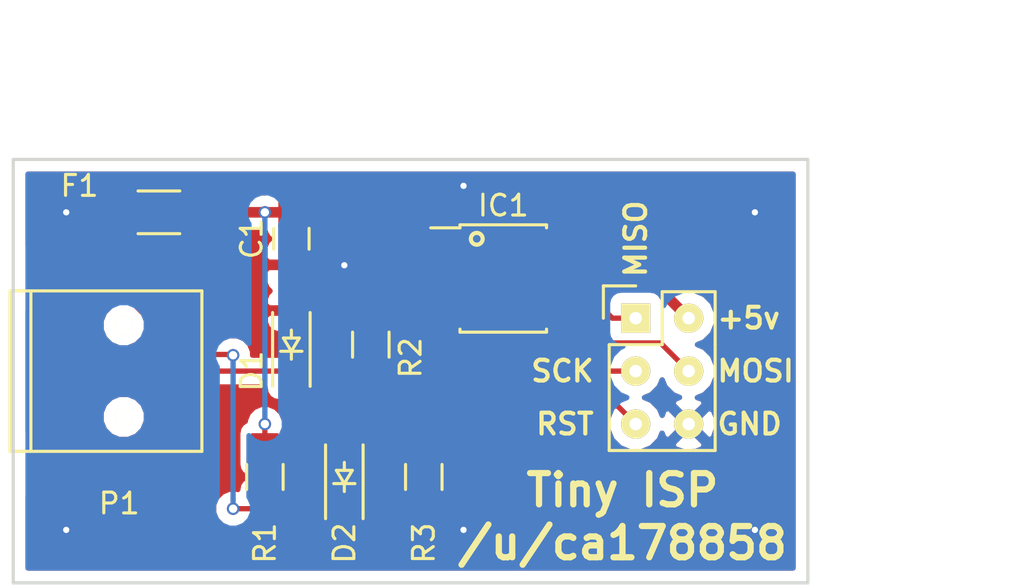
<source format=kicad_pcb>
(kicad_pcb (version 4) (host pcbnew 4.0.3-stable)

  (general
    (links 32)
    (no_connects 0)
    (area 71.679999 40.564999 109.930001 61.035001)
    (thickness 1.6)
    (drawings 15)
    (tracks 59)
    (zones 0)
    (modules 17)
    (nets 13)
  )

  (page A4)
  (layers
    (0 F.Cu signal)
    (31 B.Cu signal)
    (32 B.Adhes user hide)
    (33 F.Adhes user hide)
    (34 B.Paste user hide)
    (35 F.Paste user hide)
    (36 B.SilkS user)
    (37 F.SilkS user)
    (38 B.Mask user hide)
    (39 F.Mask user hide)
    (40 Dwgs.User user)
    (41 Cmts.User user)
    (42 Eco1.User user)
    (43 Eco2.User user)
    (44 Edge.Cuts user)
    (45 Margin user hide)
    (46 B.CrtYd user hide)
    (47 F.CrtYd user)
    (48 B.Fab user hide)
    (49 F.Fab user)
  )

  (setup
    (last_trace_width 0.25)
    (user_trace_width 0.254)
    (user_trace_width 0.381)
    (user_trace_width 0.508)
    (trace_clearance 0.2)
    (zone_clearance 0.508)
    (zone_45_only no)
    (trace_min 0.2)
    (segment_width 0.2)
    (edge_width 0.15)
    (via_size 0.6)
    (via_drill 0.4)
    (via_min_size 0.4)
    (via_min_drill 0.3)
    (uvia_size 0.3)
    (uvia_drill 0.1)
    (uvias_allowed no)
    (uvia_min_size 0.2)
    (uvia_min_drill 0.1)
    (pcb_text_width 0.3)
    (pcb_text_size 1.5 1.5)
    (mod_edge_width 0.15)
    (mod_text_size 1 1)
    (mod_text_width 0.15)
    (pad_size 1.4 1.4)
    (pad_drill 0.6)
    (pad_to_mask_clearance 0.1016)
    (aux_axis_origin 71.755 60.96)
    (grid_origin 71.755 60.96)
    (visible_elements FFFFFF7F)
    (pcbplotparams
      (layerselection 0x010f0_80000001)
      (usegerberextensions true)
      (excludeedgelayer true)
      (linewidth 0.100000)
      (plotframeref false)
      (viasonmask false)
      (mode 1)
      (useauxorigin false)
      (hpglpennumber 1)
      (hpglpenspeed 20)
      (hpglpendiameter 15)
      (hpglpenoverlay 2)
      (psnegative false)
      (psa4output false)
      (plotreference true)
      (plotvalue true)
      (plotinvisibletext false)
      (padsonsilk false)
      (subtractmaskfromsilk true)
      (outputformat 1)
      (mirror false)
      (drillshape 0)
      (scaleselection 1)
      (outputdirectory isp-gerbers/))
  )

  (net 0 "")
  (net 1 +5V)
  (net 2 GND)
  (net 3 D+)
  (net 4 D-)
  (net 5 "Net-(F1-Pad2)")
  (net 6 RST)
  (net 7 "Net-(IC1-Pad2)")
  (net 8 "Net-(IC1-Pad3)")
  (net 9 MOSI)
  (net 10 MISO)
  (net 11 SCK)
  (net 12 "Net-(P1-Pad4)")

  (net_class Default "This is the default net class."
    (clearance 0.2)
    (trace_width 0.25)
    (via_dia 0.6)
    (via_drill 0.4)
    (uvia_dia 0.3)
    (uvia_drill 0.1)
    (add_net +5V)
    (add_net D+)
    (add_net D-)
    (add_net GND)
    (add_net MISO)
    (add_net MOSI)
    (add_net "Net-(F1-Pad2)")
    (add_net "Net-(IC1-Pad2)")
    (add_net "Net-(IC1-Pad3)")
    (add_net "Net-(P1-Pad4)")
    (add_net RST)
    (add_net SCK)
  )

  (module Keyboard:GNDVia-wRing (layer F.Cu) (tedit 585AE119) (tstamp 585ADEED)
    (at 93.345 41.91)
    (fp_text reference REF** (at -0.8 1.1) (layer F.SilkS) hide
      (effects (font (size 1 1) (thickness 0.15)))
    )
    (fp_text value "GND Via" (at 0 -1) (layer F.Fab) hide
      (effects (font (size 1 1) (thickness 0.15)))
    )
    (pad GND thru_hole circle (at 0 0) (size 0.6 0.6) (drill 0.3) (layers *.Cu)
      (net 2 GND) (zone_connect 2))
  )

  (module Keyboard:GNDVia-wRing (layer F.Cu) (tedit 585AE10F) (tstamp 585ADEE9)
    (at 87.63 45.72)
    (fp_text reference REF** (at -0.8 1.1) (layer F.SilkS) hide
      (effects (font (size 1 1) (thickness 0.15)))
    )
    (fp_text value "GND Via" (at 0 -1) (layer F.Fab) hide
      (effects (font (size 1 1) (thickness 0.15)))
    )
    (pad GND thru_hole circle (at 0 0) (size 0.6 0.6) (drill 0.3) (layers *.Cu)
      (net 2 GND) (zone_connect 2))
  )

  (module Keyboard:GNDVia-wRing (layer F.Cu) (tedit 585AE108) (tstamp 585ADEE5)
    (at 93.345 58.42)
    (fp_text reference REF** (at -0.8 1.1) (layer F.SilkS) hide
      (effects (font (size 1 1) (thickness 0.15)))
    )
    (fp_text value "GND Via" (at 0 -1) (layer F.Fab) hide
      (effects (font (size 1 1) (thickness 0.15)))
    )
    (pad GND thru_hole circle (at 0 0) (size 0.6 0.6) (drill 0.3) (layers *.Cu)
      (net 2 GND) (zone_connect 2))
  )

  (module Keyboard:GNDVia-wRing (layer F.Cu) (tedit 585AE11F) (tstamp 585ADEE1)
    (at 107.315 43.18)
    (fp_text reference REF** (at -0.8 1.1) (layer F.SilkS) hide
      (effects (font (size 1 1) (thickness 0.15)))
    )
    (fp_text value "GND Via" (at 0 -1) (layer F.Fab) hide
      (effects (font (size 1 1) (thickness 0.15)))
    )
    (pad GND thru_hole circle (at 0 0) (size 0.6 0.6) (drill 0.3) (layers *.Cu)
      (net 2 GND) (zone_connect 2))
  )

  (module Keyboard:GNDVia-wRing (layer F.Cu) (tedit 585AE125) (tstamp 585ADEDD)
    (at 107.315 58.42)
    (fp_text reference REF** (at -0.8 1.1) (layer F.SilkS) hide
      (effects (font (size 1 1) (thickness 0.15)))
    )
    (fp_text value "GND Via" (at 0 -1) (layer F.Fab) hide
      (effects (font (size 1 1) (thickness 0.15)))
    )
    (pad GND thru_hole circle (at 0 0) (size 0.6 0.6) (drill 0.3) (layers *.Cu)
      (net 2 GND) (zone_connect 2))
  )

  (module Capacitors_SMD:C_0805_HandSoldering (layer F.Cu) (tedit 541A9B8D) (tstamp 585AD756)
    (at 85.09 44.45 270)
    (descr "Capacitor SMD 0805, hand soldering")
    (tags "capacitor 0805")
    (path /5859EB3F)
    (attr smd)
    (fp_text reference C1 (at 0 1.905 270) (layer F.SilkS)
      (effects (font (size 1 1) (thickness 0.15)))
    )
    (fp_text value 0.1µF (at 0 0 270) (layer F.Fab)
      (effects (font (size 1 1) (thickness 0.15)))
    )
    (fp_line (start -2.3 -1) (end 2.3 -1) (layer F.CrtYd) (width 0.05))
    (fp_line (start -2.3 1) (end 2.3 1) (layer F.CrtYd) (width 0.05))
    (fp_line (start -2.3 -1) (end -2.3 1) (layer F.CrtYd) (width 0.05))
    (fp_line (start 2.3 -1) (end 2.3 1) (layer F.CrtYd) (width 0.05))
    (fp_line (start 0.5 -0.85) (end -0.5 -0.85) (layer F.SilkS) (width 0.15))
    (fp_line (start -0.5 0.85) (end 0.5 0.85) (layer F.SilkS) (width 0.15))
    (pad 1 smd rect (at -1.25 0 270) (size 1.5 1.25) (layers F.Cu F.Paste F.Mask)
      (net 1 +5V))
    (pad 2 smd rect (at 1.25 0 270) (size 1.5 1.25) (layers F.Cu F.Paste F.Mask)
      (net 2 GND))
    (model Capacitors_SMD.3dshapes/C_0805_HandSoldering.wrl
      (at (xyz 0 0 0))
      (scale (xyz 1 1 1))
      (rotate (xyz 0 0 0))
    )
  )

  (module Diodes_SMD:SOD-123 (layer F.Cu) (tedit 5530FCB9) (tstamp 585AD75C)
    (at 85.09 49.53 90)
    (descr SOD-123)
    (tags SOD-123)
    (path /5859EA33)
    (attr smd)
    (fp_text reference D1 (at -1.27 -1.905 90) (layer F.SilkS)
      (effects (font (size 1 1) (thickness 0.15)))
    )
    (fp_text value 3.6v (at 1.27 -1.651 270) (layer F.Fab)
      (effects (font (size 1 1) (thickness 0.15)))
    )
    (fp_line (start 0.3175 0) (end 0.6985 0) (layer F.SilkS) (width 0.15))
    (fp_line (start -0.6985 0) (end -0.3175 0) (layer F.SilkS) (width 0.15))
    (fp_line (start -0.3175 0) (end 0.3175 -0.381) (layer F.SilkS) (width 0.15))
    (fp_line (start 0.3175 -0.381) (end 0.3175 0.381) (layer F.SilkS) (width 0.15))
    (fp_line (start 0.3175 0.381) (end -0.3175 0) (layer F.SilkS) (width 0.15))
    (fp_line (start -0.3175 -0.508) (end -0.3175 0.508) (layer F.SilkS) (width 0.15))
    (fp_line (start -2.25 -1.05) (end 2.25 -1.05) (layer F.CrtYd) (width 0.05))
    (fp_line (start 2.25 -1.05) (end 2.25 1.05) (layer F.CrtYd) (width 0.05))
    (fp_line (start 2.25 1.05) (end -2.25 1.05) (layer F.CrtYd) (width 0.05))
    (fp_line (start -2.25 -1.05) (end -2.25 1.05) (layer F.CrtYd) (width 0.05))
    (fp_line (start -2 0.9) (end 1.54 0.9) (layer F.SilkS) (width 0.15))
    (fp_line (start -2 -0.9) (end 1.54 -0.9) (layer F.SilkS) (width 0.15))
    (pad 1 smd rect (at -1.635 0 90) (size 0.91 1.22) (layers F.Cu F.Paste F.Mask)
      (net 3 D+))
    (pad 2 smd rect (at 1.635 0 90) (size 0.91 1.22) (layers F.Cu F.Paste F.Mask)
      (net 2 GND))
  )

  (module Diodes_SMD:SOD-123 (layer F.Cu) (tedit 5530FCB9) (tstamp 585AD762)
    (at 87.63 55.88 90)
    (descr SOD-123)
    (tags SOD-123)
    (path /5859EA63)
    (attr smd)
    (fp_text reference D2 (at -3.175 0 90) (layer F.SilkS)
      (effects (font (size 1 1) (thickness 0.15)))
    )
    (fp_text value 3.6v (at 0 -1.651 270) (layer F.Fab)
      (effects (font (size 1 1) (thickness 0.15)))
    )
    (fp_line (start 0.3175 0) (end 0.6985 0) (layer F.SilkS) (width 0.15))
    (fp_line (start -0.6985 0) (end -0.3175 0) (layer F.SilkS) (width 0.15))
    (fp_line (start -0.3175 0) (end 0.3175 -0.381) (layer F.SilkS) (width 0.15))
    (fp_line (start 0.3175 -0.381) (end 0.3175 0.381) (layer F.SilkS) (width 0.15))
    (fp_line (start 0.3175 0.381) (end -0.3175 0) (layer F.SilkS) (width 0.15))
    (fp_line (start -0.3175 -0.508) (end -0.3175 0.508) (layer F.SilkS) (width 0.15))
    (fp_line (start -2.25 -1.05) (end 2.25 -1.05) (layer F.CrtYd) (width 0.05))
    (fp_line (start 2.25 -1.05) (end 2.25 1.05) (layer F.CrtYd) (width 0.05))
    (fp_line (start 2.25 1.05) (end -2.25 1.05) (layer F.CrtYd) (width 0.05))
    (fp_line (start -2.25 -1.05) (end -2.25 1.05) (layer F.CrtYd) (width 0.05))
    (fp_line (start -2 0.9) (end 1.54 0.9) (layer F.SilkS) (width 0.15))
    (fp_line (start -2 -0.9) (end 1.54 -0.9) (layer F.SilkS) (width 0.15))
    (pad 1 smd rect (at -1.635 0 90) (size 0.91 1.22) (layers F.Cu F.Paste F.Mask)
      (net 4 D-))
    (pad 2 smd rect (at 1.635 0 90) (size 0.91 1.22) (layers F.Cu F.Paste F.Mask)
      (net 2 GND))
  )

  (module Capacitors_SMD:C_1206_HandSoldering (layer F.Cu) (tedit 585AE33F) (tstamp 585AD768)
    (at 78.74 43.18 180)
    (descr "Capacitor SMD 1206, hand soldering")
    (tags "capacitor 1206")
    (path /5859EB81)
    (attr smd)
    (fp_text reference F1 (at 3.81 1.27 180) (layer F.SilkS)
      (effects (font (size 1 1) (thickness 0.15)))
    )
    (fp_text value F_Small (at 0 2.3 180) (layer F.Fab) hide
      (effects (font (size 1 1) (thickness 0.15)))
    )
    (fp_line (start -3.3 -1.15) (end 3.3 -1.15) (layer F.CrtYd) (width 0.05))
    (fp_line (start -3.3 1.15) (end 3.3 1.15) (layer F.CrtYd) (width 0.05))
    (fp_line (start -3.3 -1.15) (end -3.3 1.15) (layer F.CrtYd) (width 0.05))
    (fp_line (start 3.3 -1.15) (end 3.3 1.15) (layer F.CrtYd) (width 0.05))
    (fp_line (start 1 -1.025) (end -1 -1.025) (layer F.SilkS) (width 0.15))
    (fp_line (start -1 1.025) (end 1 1.025) (layer F.SilkS) (width 0.15))
    (pad 1 smd rect (at -2 0 180) (size 2 1.6) (layers F.Cu F.Paste F.Mask)
      (net 1 +5V))
    (pad 2 smd rect (at 2 0 180) (size 2 1.6) (layers F.Cu F.Paste F.Mask)
      (net 5 "Net-(F1-Pad2)"))
    (model Capacitors_SMD.3dshapes/C_1206_HandSoldering.wrl
      (at (xyz 0 0 0))
      (scale (xyz 1 1 1))
      (rotate (xyz 0 0 0))
    )
  )

  (module Housings_SOIC:SOIC-8_3.9x4.9mm_Pitch1.27mm (layer F.Cu) (tedit 585C6FA4) (tstamp 585AD774)
    (at 95.25 46.355)
    (descr "8-Lead Plastic Small Outline (SN) - Narrow, 3.90 mm Body [SOIC] (see Microchip Packaging Specification 00000049BS.pdf)")
    (tags "SOIC 1.27")
    (path /5859E950)
    (attr smd)
    (fp_text reference IC1 (at 0 -3.5) (layer F.SilkS)
      (effects (font (size 1 1) (thickness 0.15)))
    )
    (fp_text value ATTINY45-S (at 0 -4.645) (layer F.Fab)
      (effects (font (size 1 1) (thickness 0.15)))
    )
    (fp_line (start -3.75 -2.75) (end -3.75 2.75) (layer F.CrtYd) (width 0.05))
    (fp_line (start 3.75 -2.75) (end 3.75 2.75) (layer F.CrtYd) (width 0.05))
    (fp_line (start -3.75 -2.75) (end 3.75 -2.75) (layer F.CrtYd) (width 0.05))
    (fp_line (start -3.75 2.75) (end 3.75 2.75) (layer F.CrtYd) (width 0.05))
    (fp_line (start -2.075 -2.575) (end -2.075 -2.43) (layer F.SilkS) (width 0.15))
    (fp_line (start 2.075 -2.575) (end 2.075 -2.43) (layer F.SilkS) (width 0.15))
    (fp_line (start 2.075 2.575) (end 2.075 2.43) (layer F.SilkS) (width 0.15))
    (fp_line (start -2.075 2.575) (end -2.075 2.43) (layer F.SilkS) (width 0.15))
    (fp_line (start -2.075 -2.575) (end 2.075 -2.575) (layer F.SilkS) (width 0.15))
    (fp_line (start -2.075 2.575) (end 2.075 2.575) (layer F.SilkS) (width 0.15))
    (fp_line (start -2.075 -2.43) (end -3.475 -2.43) (layer F.SilkS) (width 0.15))
    (pad 1 smd rect (at -2.7 -1.905) (size 1.55 0.6) (layers F.Cu F.Paste F.Mask)
      (net 6 RST))
    (pad 2 smd rect (at -2.7 -0.635) (size 1.55 0.6) (layers F.Cu F.Paste F.Mask)
      (net 7 "Net-(IC1-Pad2)"))
    (pad 3 smd rect (at -2.7 0.635) (size 1.55 0.6) (layers F.Cu F.Paste F.Mask)
      (net 8 "Net-(IC1-Pad3)"))
    (pad 4 smd rect (at -2.7 1.905) (size 1.55 0.6) (layers F.Cu F.Paste F.Mask)
      (net 2 GND))
    (pad 5 smd rect (at 2.7 1.905) (size 1.55 0.6) (layers F.Cu F.Paste F.Mask)
      (net 9 MOSI))
    (pad 6 smd rect (at 2.7 0.635) (size 1.55 0.6) (layers F.Cu F.Paste F.Mask)
      (net 10 MISO))
    (pad 7 smd rect (at 2.7 -0.635) (size 1.55 0.6) (layers F.Cu F.Paste F.Mask)
      (net 11 SCK))
    (pad 8 smd rect (at 2.7 -1.905) (size 1.55 0.6) (layers F.Cu F.Paste F.Mask)
      (net 1 +5V))
    (model Housings_SOIC.3dshapes/SOIC-8_3.9x4.9mm_Pitch1.27mm.wrl
      (at (xyz 0 0 0))
      (scale (xyz 1 1 1))
      (rotate (xyz 0 0 0))
    )
  )

  (module Connect:USB_Mini-B (layer F.Cu) (tedit 585AE32C) (tstamp 585AD783)
    (at 76.2 50.8)
    (descr "USB Mini-B 5-pin SMD connector")
    (tags "USB USB_B USB_Mini connector")
    (path /5859E8A3)
    (attr smd)
    (fp_text reference P1 (at 0.635 6.35) (layer F.SilkS)
      (effects (font (size 1 1) (thickness 0.15)))
    )
    (fp_text value USB_OTG (at 0 -7.0993) (layer F.Fab) hide
      (effects (font (size 1 1) (thickness 0.15)))
    )
    (fp_line (start -4.85 -5.7) (end 4.85 -5.7) (layer F.CrtYd) (width 0.05))
    (fp_line (start 4.85 -5.7) (end 4.85 5.7) (layer F.CrtYd) (width 0.05))
    (fp_line (start 4.85 5.7) (end -4.85 5.7) (layer F.CrtYd) (width 0.05))
    (fp_line (start -4.85 5.7) (end -4.85 -5.7) (layer F.CrtYd) (width 0.05))
    (fp_line (start -3.59918 -3.85064) (end -3.59918 3.85064) (layer F.SilkS) (width 0.15))
    (fp_line (start -4.59994 -3.85064) (end -4.59994 3.85064) (layer F.SilkS) (width 0.15))
    (fp_line (start -4.59994 3.85064) (end 4.59994 3.85064) (layer F.SilkS) (width 0.15))
    (fp_line (start 4.59994 3.85064) (end 4.59994 -3.85064) (layer F.SilkS) (width 0.15))
    (fp_line (start 4.59994 -3.85064) (end -4.59994 -3.85064) (layer F.SilkS) (width 0.15))
    (pad 1 smd rect (at 3.44932 -1.6002) (size 2.30124 0.50038) (layers F.Cu F.Paste F.Mask)
      (net 5 "Net-(F1-Pad2)"))
    (pad 2 smd rect (at 3.44932 -0.8001) (size 2.30124 0.50038) (layers F.Cu F.Paste F.Mask)
      (net 4 D-))
    (pad 3 smd rect (at 3.44932 0) (size 2.30124 0.50038) (layers F.Cu F.Paste F.Mask)
      (net 3 D+))
    (pad 4 smd rect (at 3.44932 0.8001) (size 2.30124 0.50038) (layers F.Cu F.Paste F.Mask)
      (net 12 "Net-(P1-Pad4)"))
    (pad 5 smd rect (at 3.44932 1.6002) (size 2.30124 0.50038) (layers F.Cu F.Paste F.Mask)
      (net 2 GND))
    (pad 6 smd rect (at 3.35026 -4.45008) (size 2.49936 1.99898) (layers F.Cu F.Paste F.Mask)
      (net 2 GND))
    (pad 6 smd rect (at -2.14884 -4.45008) (size 2.49936 1.99898) (layers F.Cu F.Paste F.Mask)
      (net 2 GND))
    (pad 6 smd rect (at 3.35026 4.45008) (size 2.49936 1.99898) (layers F.Cu F.Paste F.Mask)
      (net 2 GND))
    (pad 6 smd rect (at -2.14884 4.45008) (size 2.49936 1.99898) (layers F.Cu F.Paste F.Mask)
      (net 2 GND))
    (pad "" np_thru_hole circle (at 0.8509 -2.19964) (size 0.89916 0.89916) (drill 0.89916) (layers *.Cu *.Mask F.SilkS))
    (pad "" np_thru_hole circle (at 0.8509 2.19964) (size 0.89916 0.89916) (drill 0.89916) (layers *.Cu *.Mask F.SilkS))
  )

  (module Resistors_SMD:R_0805_HandSoldering (layer F.Cu) (tedit 54189DEE) (tstamp 585AD793)
    (at 83.82 55.88 270)
    (descr "Resistor SMD 0805, hand soldering")
    (tags "resistor 0805")
    (path /5859EA8C)
    (attr smd)
    (fp_text reference R1 (at 3.175 0 270) (layer F.SilkS)
      (effects (font (size 1 1) (thickness 0.15)))
    )
    (fp_text value 1.7kΩ (at 0 0 270) (layer F.Fab)
      (effects (font (size 1 1) (thickness 0.15)))
    )
    (fp_line (start -2.4 -1) (end 2.4 -1) (layer F.CrtYd) (width 0.05))
    (fp_line (start -2.4 1) (end 2.4 1) (layer F.CrtYd) (width 0.05))
    (fp_line (start -2.4 -1) (end -2.4 1) (layer F.CrtYd) (width 0.05))
    (fp_line (start 2.4 -1) (end 2.4 1) (layer F.CrtYd) (width 0.05))
    (fp_line (start 0.6 0.875) (end -0.6 0.875) (layer F.SilkS) (width 0.15))
    (fp_line (start -0.6 -0.875) (end 0.6 -0.875) (layer F.SilkS) (width 0.15))
    (pad 1 smd rect (at -1.35 0 270) (size 1.5 1.3) (layers F.Cu F.Paste F.Mask)
      (net 1 +5V))
    (pad 2 smd rect (at 1.35 0 270) (size 1.5 1.3) (layers F.Cu F.Paste F.Mask)
      (net 4 D-))
    (model Resistors_SMD.3dshapes/R_0805_HandSoldering.wrl
      (at (xyz 0 0 0))
      (scale (xyz 1 1 1))
      (rotate (xyz 0 0 0))
    )
  )

  (module Resistors_SMD:R_0805_HandSoldering (layer F.Cu) (tedit 54189DEE) (tstamp 585AD799)
    (at 88.9 49.53 270)
    (descr "Resistor SMD 0805, hand soldering")
    (tags "resistor 0805")
    (path /5859EAB6)
    (attr smd)
    (fp_text reference R2 (at 0.635 -1.905 270) (layer F.SilkS)
      (effects (font (size 1 1) (thickness 0.15)))
    )
    (fp_text value 68Ω (at 0 0 270) (layer F.Fab)
      (effects (font (size 1 1) (thickness 0.15)))
    )
    (fp_line (start -2.4 -1) (end 2.4 -1) (layer F.CrtYd) (width 0.05))
    (fp_line (start -2.4 1) (end 2.4 1) (layer F.CrtYd) (width 0.05))
    (fp_line (start -2.4 -1) (end -2.4 1) (layer F.CrtYd) (width 0.05))
    (fp_line (start 2.4 -1) (end 2.4 1) (layer F.CrtYd) (width 0.05))
    (fp_line (start 0.6 0.875) (end -0.6 0.875) (layer F.SilkS) (width 0.15))
    (fp_line (start -0.6 -0.875) (end 0.6 -0.875) (layer F.SilkS) (width 0.15))
    (pad 1 smd rect (at -1.35 0 270) (size 1.5 1.3) (layers F.Cu F.Paste F.Mask)
      (net 7 "Net-(IC1-Pad2)"))
    (pad 2 smd rect (at 1.35 0 270) (size 1.5 1.3) (layers F.Cu F.Paste F.Mask)
      (net 3 D+))
    (model Resistors_SMD.3dshapes/R_0805_HandSoldering.wrl
      (at (xyz 0 0 0))
      (scale (xyz 1 1 1))
      (rotate (xyz 0 0 0))
    )
  )

  (module Resistors_SMD:R_0805_HandSoldering (layer F.Cu) (tedit 54189DEE) (tstamp 585AD79F)
    (at 91.44 55.88 270)
    (descr "Resistor SMD 0805, hand soldering")
    (tags "resistor 0805")
    (path /5859EAF2)
    (attr smd)
    (fp_text reference R3 (at 3.175 0 270) (layer F.SilkS)
      (effects (font (size 1 1) (thickness 0.15)))
    )
    (fp_text value 68Ω (at 0 0 270) (layer F.Fab)
      (effects (font (size 1 1) (thickness 0.15)))
    )
    (fp_line (start -2.4 -1) (end 2.4 -1) (layer F.CrtYd) (width 0.05))
    (fp_line (start -2.4 1) (end 2.4 1) (layer F.CrtYd) (width 0.05))
    (fp_line (start -2.4 -1) (end -2.4 1) (layer F.CrtYd) (width 0.05))
    (fp_line (start 2.4 -1) (end 2.4 1) (layer F.CrtYd) (width 0.05))
    (fp_line (start 0.6 0.875) (end -0.6 0.875) (layer F.SilkS) (width 0.15))
    (fp_line (start -0.6 -0.875) (end 0.6 -0.875) (layer F.SilkS) (width 0.15))
    (pad 1 smd rect (at -1.35 0 270) (size 1.5 1.3) (layers F.Cu F.Paste F.Mask)
      (net 8 "Net-(IC1-Pad3)"))
    (pad 2 smd rect (at 1.35 0 270) (size 1.5 1.3) (layers F.Cu F.Paste F.Mask)
      (net 4 D-))
    (model Resistors_SMD.3dshapes/R_0805_HandSoldering.wrl
      (at (xyz 0 0 0))
      (scale (xyz 1 1 1))
      (rotate (xyz 0 0 0))
    )
  )

  (module Keyboard:GNDVia-wRing (layer F.Cu) (tedit 585AE0FB) (tstamp 585ADED8)
    (at 74.295 43.18)
    (fp_text reference REF** (at -0.8 1.1) (layer F.SilkS) hide
      (effects (font (size 1 1) (thickness 0.15)))
    )
    (fp_text value "GND Via" (at 0 -1) (layer F.Fab) hide
      (effects (font (size 1 1) (thickness 0.15)))
    )
    (pad GND thru_hole circle (at 0 0) (size 0.6 0.6) (drill 0.3) (layers *.Cu)
      (net 2 GND) (zone_connect 2))
  )

  (module Keyboard:GNDVia-wRing (layer F.Cu) (tedit 585AE101) (tstamp 585ADED9)
    (at 74.295 58.42)
    (fp_text reference REF** (at -0.8 1.1) (layer F.SilkS) hide
      (effects (font (size 1 1) (thickness 0.15)))
    )
    (fp_text value "GND Via" (at 0 -1) (layer F.Fab) hide
      (effects (font (size 1 1) (thickness 0.15)))
    )
    (pad GND thru_hole circle (at 0 0) (size 0.6 0.6) (drill 0.3) (layers *.Cu)
      (net 2 GND) (zone_connect 2))
  )

  (module Pin_Headers:Pin_Header_Straight_2x03 (layer F.Cu) (tedit 585AF9C8) (tstamp 585AD78D)
    (at 101.6 48.26)
    (descr "Through hole pin header")
    (tags "pin header")
    (path /5859F792)
    (fp_text reference P2 (at 0 -5.1) (layer F.SilkS) hide
      (effects (font (size 1 1) (thickness 0.15)))
    )
    (fp_text value CONN_02X03 (at 0 -3.1) (layer F.Fab) hide
      (effects (font (size 1 1) (thickness 0.15)))
    )
    (fp_line (start -1.27 1.27) (end -1.27 6.35) (layer F.SilkS) (width 0.15))
    (fp_line (start -1.55 -1.55) (end 0 -1.55) (layer F.SilkS) (width 0.15))
    (fp_line (start -1.75 -1.75) (end -1.75 6.85) (layer F.CrtYd) (width 0.05))
    (fp_line (start 4.3 -1.75) (end 4.3 6.85) (layer F.CrtYd) (width 0.05))
    (fp_line (start -1.75 -1.75) (end 4.3 -1.75) (layer F.CrtYd) (width 0.05))
    (fp_line (start -1.75 6.85) (end 4.3 6.85) (layer F.CrtYd) (width 0.05))
    (fp_line (start 1.27 -1.27) (end 1.27 1.27) (layer F.SilkS) (width 0.15))
    (fp_line (start 1.27 1.27) (end -1.27 1.27) (layer F.SilkS) (width 0.15))
    (fp_line (start -1.27 6.35) (end 3.81 6.35) (layer F.SilkS) (width 0.15))
    (fp_line (start 3.81 6.35) (end 3.81 1.27) (layer F.SilkS) (width 0.15))
    (fp_line (start -1.55 -1.55) (end -1.55 0) (layer F.SilkS) (width 0.15))
    (fp_line (start 3.81 -1.27) (end 1.27 -1.27) (layer F.SilkS) (width 0.15))
    (fp_line (start 3.81 1.27) (end 3.81 -1.27) (layer F.SilkS) (width 0.15))
    (pad 1 thru_hole rect (at 0 0) (size 1.4 1.4) (drill 0.6) (layers *.Cu *.Mask F.SilkS)
      (net 10 MISO))
    (pad 2 thru_hole circle (at 2.54 0) (size 1.4 1.4) (drill 0.6) (layers *.Cu *.Mask F.SilkS)
      (net 1 +5V))
    (pad 3 thru_hole circle (at 0 2.54) (size 1.4 1.4) (drill 0.6) (layers *.Cu *.Mask F.SilkS)
      (net 11 SCK))
    (pad 4 thru_hole circle (at 2.54 2.54) (size 1.4 1.4) (drill 0.6) (layers *.Cu *.Mask F.SilkS)
      (net 9 MOSI))
    (pad 5 thru_hole circle (at 0 5.08) (size 1.4 1.4) (drill 0.6) (layers *.Cu *.Mask F.SilkS)
      (net 6 RST))
    (pad 6 thru_hole circle (at 2.54 5.08) (size 1.4 1.4) (drill 0.6) (layers *.Cu *.Mask F.SilkS)
      (net 2 GND))
    (model Pin_Headers.3dshapes/Pin_Header_Straight_2x03.wrl
      (at (xyz 0.05 -0.1 0))
      (scale (xyz 1 1 1))
      (rotate (xyz 0 0 90))
    )
  )

  (gr_text "Tiny ISP" (at 100.965 56.515) (layer F.SilkS)
    (effects (font (size 1.5 1.5) (thickness 0.3)))
  )
  (dimension 20.32 (width 0.3) (layer Eco2.User)
    (gr_text "20.320 mm" (at 117.555 50.8 270) (layer Eco2.User)
      (effects (font (size 1.5 1.5) (thickness 0.3)))
    )
    (feature1 (pts (xy 113.03 60.96) (xy 118.905 60.96)))
    (feature2 (pts (xy 113.03 40.64) (xy 118.905 40.64)))
    (crossbar (pts (xy 116.205 40.64) (xy 116.205 60.96)))
    (arrow1a (pts (xy 116.205 60.96) (xy 115.618579 59.833496)))
    (arrow1b (pts (xy 116.205 60.96) (xy 116.791421 59.833496)))
    (arrow2a (pts (xy 116.205 40.64) (xy 115.618579 41.766504)))
    (arrow2b (pts (xy 116.205 40.64) (xy 116.791421 41.766504)))
  )
  (gr_text /u/ca178858 (at 100.965 59.055) (layer F.SilkS)
    (effects (font (size 1.5 1.5) (thickness 0.3)))
  )
  (gr_text MOSI (at 105.41 50.8) (layer F.SilkS)
    (effects (font (size 1 1) (thickness 0.2)) (justify left))
  )
  (gr_text GND (at 105.41 53.34) (layer F.SilkS)
    (effects (font (size 1 1) (thickness 0.2)) (justify left))
  )
  (gr_text RST (at 99.695 53.34) (layer F.SilkS)
    (effects (font (size 1 1) (thickness 0.2)) (justify right))
  )
  (gr_text SCK (at 99.695 50.8) (layer F.SilkS)
    (effects (font (size 1 1) (thickness 0.2)) (justify right))
  )
  (gr_text +5v (at 105.41 48.26) (layer F.SilkS)
    (effects (font (size 1 1) (thickness 0.2)) (justify left))
  )
  (gr_text MISO (at 101.6 44.45 90) (layer F.SilkS)
    (effects (font (size 1 1) (thickness 0.2)))
  )
  (gr_circle (center 93.98 44.45) (end 94.107 44.704) (layer F.SilkS) (width 0.2))
  (gr_line (start 109.855 40.64) (end 71.755 40.64) (layer Edge.Cuts) (width 0.15))
  (gr_line (start 109.855 60.96) (end 109.855 40.64) (layer Edge.Cuts) (width 0.15))
  (gr_line (start 71.755 60.96) (end 109.855 60.96) (layer Edge.Cuts) (width 0.15))
  (gr_line (start 71.755 40.64) (end 71.755 60.96) (layer Edge.Cuts) (width 0.15))
  (dimension 38.1 (width 0.3) (layer Eco2.User)
    (gr_text "38.100 mm" (at 90.805 34.845) (layer Eco2.User)
      (effects (font (size 1.5 1.5) (thickness 0.3)))
    )
    (feature1 (pts (xy 71.755 40.64) (xy 71.755 33.495)))
    (feature2 (pts (xy 109.855 40.64) (xy 109.855 33.495)))
    (crossbar (pts (xy 109.855 36.195) (xy 71.755 36.195)))
    (arrow1a (pts (xy 71.755 36.195) (xy 72.881504 35.608579)))
    (arrow1b (pts (xy 71.755 36.195) (xy 72.881504 36.781421)))
    (arrow2a (pts (xy 109.855 36.195) (xy 108.728496 35.608579)))
    (arrow2b (pts (xy 109.855 36.195) (xy 108.728496 36.781421)))
  )

  (segment (start 80.74 43.18) (end 83.82 43.18) (width 0.508) (layer F.Cu) (net 1))
  (segment (start 83.82 43.18) (end 85.07 43.18) (width 0.508) (layer F.Cu) (net 1))
  (segment (start 83.82 53.34) (end 83.82 43.18) (width 0.254) (layer B.Cu) (net 1))
  (via (at 83.82 43.18) (size 0.6) (drill 0.4) (layers F.Cu B.Cu) (net 1))
  (segment (start 83.82 54.53) (end 83.82 53.34) (width 0.254) (layer F.Cu) (net 1))
  (via (at 83.82 53.34) (size 0.6) (drill 0.4) (layers F.Cu B.Cu) (net 1))
  (segment (start 104.14 48.26) (end 100.33 44.45) (width 0.508) (layer F.Cu) (net 1))
  (segment (start 100.33 44.45) (end 97.95 44.45) (width 0.508) (layer F.Cu) (net 1))
  (segment (start 85.09 43.2) (end 97.508 43.2) (width 0.508) (layer F.Cu) (net 1))
  (segment (start 97.508 43.2) (end 97.95 43.642) (width 0.508) (layer F.Cu) (net 1))
  (segment (start 97.95 43.642) (end 97.95 44.45) (width 0.508) (layer F.Cu) (net 1))
  (segment (start 85.07 43.18) (end 85.09 43.2) (width 0.508) (layer F.Cu) (net 1))
  (segment (start 79.64932 52.4002) (end 79.64932 55.15102) (width 0.254) (layer F.Cu) (net 2))
  (segment (start 79.64932 55.15102) (end 79.55026 55.25008) (width 0.254) (layer F.Cu) (net 2))
  (segment (start 88.9 50.88) (end 85.375 50.88) (width 0.254) (layer F.Cu) (net 3))
  (segment (start 85.375 50.88) (end 85.09 51.165) (width 0.254) (layer F.Cu) (net 3))
  (segment (start 79.64932 50.8) (end 84.725 50.8) (width 0.254) (layer F.Cu) (net 3))
  (segment (start 84.725 50.8) (end 85.09 51.165) (width 0.254) (layer F.Cu) (net 3))
  (segment (start 82.296 57.404) (end 83.646 57.404) (width 0.254) (layer F.Cu) (net 4))
  (segment (start 83.646 57.404) (end 83.82 57.23) (width 0.254) (layer F.Cu) (net 4))
  (segment (start 82.296 50.038) (end 82.296 57.404) (width 0.254) (layer B.Cu) (net 4))
  (via (at 82.296 57.404) (size 0.6) (drill 0.4) (layers F.Cu B.Cu) (net 4))
  (segment (start 79.64932 49.9999) (end 82.2579 49.9999) (width 0.254) (layer F.Cu) (net 4))
  (segment (start 82.2579 49.9999) (end 82.296 50.038) (width 0.254) (layer F.Cu) (net 4))
  (via (at 82.296 50.038) (size 0.6) (drill 0.4) (layers F.Cu B.Cu) (net 4))
  (segment (start 91.44 57.23) (end 87.915 57.23) (width 0.254) (layer F.Cu) (net 4))
  (segment (start 87.915 57.23) (end 87.63 57.515) (width 0.254) (layer F.Cu) (net 4))
  (segment (start 83.82 57.23) (end 87.345 57.23) (width 0.254) (layer F.Cu) (net 4))
  (segment (start 87.345 57.23) (end 87.63 57.515) (width 0.254) (layer F.Cu) (net 4))
  (segment (start 79.64932 49.1998) (end 79.333768 49.1998) (width 0.508) (layer F.Cu) (net 5))
  (segment (start 79.333768 49.1998) (end 76.74 46.606032) (width 0.508) (layer F.Cu) (net 5))
  (segment (start 76.74 46.606032) (end 76.74 44.488) (width 0.508) (layer F.Cu) (net 5))
  (segment (start 76.74 44.488) (end 76.74 43.18) (width 0.508) (layer F.Cu) (net 5))
  (segment (start 92.55 44.45) (end 93.579 44.45) (width 0.254) (layer F.Cu) (net 6))
  (segment (start 93.579 44.45) (end 96.393989 47.264989) (width 0.254) (layer F.Cu) (net 6))
  (segment (start 99.860733 52.476401) (end 100.736401 52.476401) (width 0.254) (layer F.Cu) (net 6))
  (segment (start 96.393989 47.264989) (end 96.393989 49.009657) (width 0.254) (layer F.Cu) (net 6))
  (segment (start 96.393989 49.009657) (end 99.860733 52.476401) (width 0.254) (layer F.Cu) (net 6))
  (segment (start 100.736401 52.476401) (end 101.6 53.34) (width 0.254) (layer F.Cu) (net 6))
  (segment (start 88.9 48.18) (end 88.9 47.176) (width 0.254) (layer F.Cu) (net 7))
  (segment (start 91.521 45.72) (end 92.55 45.72) (width 0.254) (layer F.Cu) (net 7))
  (segment (start 88.9 47.176) (end 90.356 45.72) (width 0.254) (layer F.Cu) (net 7))
  (segment (start 90.356 45.72) (end 91.521 45.72) (width 0.254) (layer F.Cu) (net 7))
  (segment (start 91.44 54.53) (end 91.44 47.625) (width 0.254) (layer F.Cu) (net 8))
  (segment (start 91.44 47.625) (end 92.075 46.99) (width 0.254) (layer F.Cu) (net 8))
  (segment (start 92.075 46.99) (end 92.55 46.99) (width 0.254) (layer F.Cu) (net 8))
  (segment (start 104.14 50.8) (end 102.790601 49.450601) (width 0.254) (layer F.Cu) (net 9))
  (segment (start 102.790601 49.450601) (end 100.169601 49.450601) (width 0.254) (layer F.Cu) (net 9))
  (segment (start 98.979 48.26) (end 97.95 48.26) (width 0.254) (layer F.Cu) (net 9))
  (segment (start 100.169601 49.450601) (end 98.979 48.26) (width 0.254) (layer F.Cu) (net 9))
  (segment (start 101.6 48.26) (end 100.4824 48.26) (width 0.254) (layer F.Cu) (net 10))
  (segment (start 100.4824 48.26) (end 99.2124 46.99) (width 0.254) (layer F.Cu) (net 10))
  (segment (start 99.2124 46.99) (end 98.979 46.99) (width 0.254) (layer F.Cu) (net 10))
  (segment (start 98.979 46.99) (end 97.95 46.99) (width 0.254) (layer F.Cu) (net 10))
  (segment (start 101.6 50.8) (end 98.826398 50.8) (width 0.254) (layer F.Cu) (net 11))
  (segment (start 98.826398 50.8) (end 96.847999 48.821601) (width 0.254) (layer F.Cu) (net 11))
  (segment (start 97.475 45.72) (end 97.95 45.72) (width 0.254) (layer F.Cu) (net 11))
  (segment (start 96.847999 48.821601) (end 96.847999 46.347001) (width 0.254) (layer F.Cu) (net 11))
  (segment (start 96.847999 46.347001) (end 97.475 45.72) (width 0.254) (layer F.Cu) (net 11))

  (zone (net 2) (net_name GND) (layer F.Cu) (tstamp 0) (hatch edge 0.508)
    (connect_pads (clearance 0.508))
    (min_thickness 0.254)
    (fill yes (arc_segments 16) (thermal_gap 0.508) (thermal_bridge_width 0.508))
    (polygon
      (pts
        (xy 71.12 40.64) (xy 111.125 40.64) (xy 111.125 60.96) (xy 71.12 60.96)
      )
    )
    (filled_polygon
      (pts
        (xy 109.145 60.25) (xy 72.465 60.25) (xy 72.465 56.797514) (xy 72.675171 56.88457) (xy 73.76541 56.88457)
        (xy 73.92416 56.72582) (xy 73.92416 55.37708) (xy 74.17816 55.37708) (xy 74.17816 56.72582) (xy 74.33691 56.88457)
        (xy 75.427149 56.88457) (xy 75.660538 56.787897) (xy 75.839167 56.609269) (xy 75.93584 56.37588) (xy 75.93584 55.53583)
        (xy 77.66558 55.53583) (xy 77.66558 56.37588) (xy 77.762253 56.609269) (xy 77.940882 56.787897) (xy 78.174271 56.88457)
        (xy 79.26451 56.88457) (xy 79.42326 56.72582) (xy 79.42326 55.37708) (xy 79.67726 55.37708) (xy 79.67726 56.72582)
        (xy 79.83601 56.88457) (xy 80.926249 56.88457) (xy 81.159638 56.787897) (xy 81.338267 56.609269) (xy 81.43494 56.37588)
        (xy 81.43494 55.53583) (xy 81.27619 55.37708) (xy 79.67726 55.37708) (xy 79.42326 55.37708) (xy 77.82433 55.37708)
        (xy 77.66558 55.53583) (xy 75.93584 55.53583) (xy 75.77709 55.37708) (xy 74.17816 55.37708) (xy 73.92416 55.37708)
        (xy 73.90416 55.37708) (xy 73.90416 55.12308) (xy 73.92416 55.12308) (xy 73.92416 53.77434) (xy 74.17816 53.77434)
        (xy 74.17816 55.12308) (xy 75.77709 55.12308) (xy 75.93584 54.96433) (xy 75.93584 54.12428) (xy 77.66558 54.12428)
        (xy 77.66558 54.96433) (xy 77.82433 55.12308) (xy 79.42326 55.12308) (xy 79.42326 53.77434) (xy 79.67726 53.77434)
        (xy 79.67726 55.12308) (xy 81.27619 55.12308) (xy 81.43494 54.96433) (xy 81.43494 54.12428) (xy 81.338267 53.890891)
        (xy 81.159638 53.712263) (xy 80.926249 53.61559) (xy 79.83601 53.61559) (xy 79.67726 53.77434) (xy 79.42326 53.77434)
        (xy 79.26451 53.61559) (xy 78.174271 53.61559) (xy 77.940882 53.712263) (xy 77.762253 53.890891) (xy 77.66558 54.12428)
        (xy 75.93584 54.12428) (xy 75.839167 53.890891) (xy 75.660538 53.712263) (xy 75.427149 53.61559) (xy 74.33691 53.61559)
        (xy 74.17816 53.77434) (xy 73.92416 53.77434) (xy 73.76541 53.61559) (xy 72.675171 53.61559) (xy 72.465 53.702646)
        (xy 72.465 47.897354) (xy 72.675171 47.98441) (xy 73.76541 47.98441) (xy 73.92416 47.82566) (xy 73.92416 46.47692)
        (xy 73.90416 46.47692) (xy 73.90416 46.22292) (xy 73.92416 46.22292) (xy 73.92416 44.87418) (xy 74.17816 44.87418)
        (xy 74.17816 46.22292) (xy 74.19816 46.22292) (xy 74.19816 46.47692) (xy 74.17816 46.47692) (xy 74.17816 47.82566)
        (xy 74.33691 47.98441) (xy 75.427149 47.98441) (xy 75.660538 47.887737) (xy 75.839167 47.709109) (xy 75.93584 47.47572)
        (xy 75.93584 46.971933) (xy 76.072193 47.176) (xy 76.111382 47.23465) (xy 76.522079 47.645347) (xy 76.437337 47.680362)
        (xy 76.131974 47.985193) (xy 75.966509 48.383677) (xy 75.966132 48.81515) (xy 76.130902 49.213923) (xy 76.435733 49.519286)
        (xy 76.834217 49.684751) (xy 77.26569 49.685128) (xy 77.664463 49.520358) (xy 77.85126 49.333886) (xy 77.85126 49.44999)
        (xy 77.880493 49.605352) (xy 77.85126 49.74971) (xy 77.85126 50.25009) (xy 77.880493 50.405452) (xy 77.85126 50.54981)
        (xy 77.85126 51.05019) (xy 77.880493 51.205552) (xy 77.85126 51.34991) (xy 77.85126 51.85029) (xy 77.877583 51.990184)
        (xy 77.8637 52.0237) (xy 77.8637 52.116355) (xy 78.0085 52.261155) (xy 78.016249 52.273198) (xy 77.8637 52.273198)
        (xy 77.8637 52.278692) (xy 77.666067 52.080714) (xy 77.267583 51.915249) (xy 76.83611 51.914872) (xy 76.437337 52.079642)
        (xy 76.131974 52.384473) (xy 75.966509 52.782957) (xy 75.966132 53.21443) (xy 76.130902 53.613203) (xy 76.435733 53.918566)
        (xy 76.834217 54.084031) (xy 77.26569 54.084408) (xy 77.664463 53.919638) (xy 77.969826 53.614807) (xy 78.135291 53.216323)
        (xy 78.135318 53.185033) (xy 78.139002 53.188717) (xy 78.372391 53.28539) (xy 79.36357 53.28539) (xy 79.52232 53.12664)
        (xy 79.52232 52.525295) (xy 79.77632 52.525295) (xy 79.77632 53.12664) (xy 79.93507 53.28539) (xy 80.926249 53.28539)
        (xy 81.159638 53.188717) (xy 81.338267 53.010089) (xy 81.43494 52.7767) (xy 81.43494 52.684045) (xy 81.27619 52.525295)
        (xy 79.77632 52.525295) (xy 79.52232 52.525295) (xy 79.50232 52.525295) (xy 79.50232 52.49773) (xy 80.79994 52.49773)
        (xy 81.035257 52.453452) (xy 81.251381 52.31438) (xy 81.282588 52.268707) (xy 81.43494 52.116355) (xy 81.43494 52.0237)
        (xy 81.41971 51.986931) (xy 81.44738 51.85029) (xy 81.44738 51.562) (xy 83.83256 51.562) (xy 83.83256 51.62)
        (xy 83.876838 51.855317) (xy 84.01591 52.071441) (xy 84.22811 52.216431) (xy 84.48 52.26744) (xy 85.7 52.26744)
        (xy 85.935317 52.223162) (xy 86.151441 52.08409) (xy 86.296431 51.87189) (xy 86.342985 51.642) (xy 87.604818 51.642)
        (xy 87.646838 51.865317) (xy 87.78591 52.081441) (xy 87.99811 52.226431) (xy 88.25 52.27744) (xy 89.55 52.27744)
        (xy 89.785317 52.233162) (xy 90.001441 52.09409) (xy 90.146431 51.88189) (xy 90.19744 51.63) (xy 90.19744 50.13)
        (xy 90.153162 49.894683) (xy 90.01409 49.678559) (xy 89.80189 49.533569) (xy 89.788803 49.530919) (xy 90.001441 49.39409)
        (xy 90.146431 49.18189) (xy 90.19744 48.93) (xy 90.19744 47.43) (xy 90.153162 47.194683) (xy 90.07712 47.07651)
        (xy 90.67163 46.482) (xy 91.169681 46.482) (xy 91.12756 46.69) (xy 91.12756 46.85981) (xy 90.901185 47.086185)
        (xy 90.736004 47.333395) (xy 90.678 47.625) (xy 90.678 53.153634) (xy 90.554683 53.176838) (xy 90.338559 53.31591)
        (xy 90.193569 53.52811) (xy 90.14256 53.78) (xy 90.14256 55.28) (xy 90.186838 55.515317) (xy 90.32591 55.731441)
        (xy 90.53811 55.876431) (xy 90.551197 55.879081) (xy 90.338559 56.01591) (xy 90.193569 56.22811) (xy 90.14499 56.468)
        (xy 88.498375 56.468) (xy 88.49189 56.463569) (xy 88.24 56.41256) (xy 87.02 56.41256) (xy 86.784683 56.456838)
        (xy 86.767337 56.468) (xy 85.115182 56.468) (xy 85.073162 56.244683) (xy 84.93409 56.028559) (xy 84.72189 55.883569)
        (xy 84.708803 55.880919) (xy 84.921441 55.74409) (xy 85.066431 55.53189) (xy 85.11744 55.28) (xy 85.11744 54.53075)
        (xy 86.385 54.53075) (xy 86.385 54.826309) (xy 86.481673 55.059698) (xy 86.660301 55.238327) (xy 86.89369 55.335)
        (xy 87.34425 55.335) (xy 87.503 55.17625) (xy 87.503 54.372) (xy 87.757 54.372) (xy 87.757 55.17625)
        (xy 87.91575 55.335) (xy 88.36631 55.335) (xy 88.599699 55.238327) (xy 88.778327 55.059698) (xy 88.875 54.826309)
        (xy 88.875 54.53075) (xy 88.71625 54.372) (xy 87.757 54.372) (xy 87.503 54.372) (xy 86.54375 54.372)
        (xy 86.385 54.53075) (xy 85.11744 54.53075) (xy 85.11744 53.78) (xy 85.095555 53.663691) (xy 86.385 53.663691)
        (xy 86.385 53.95925) (xy 86.54375 54.118) (xy 87.503 54.118) (xy 87.503 53.31375) (xy 87.757 53.31375)
        (xy 87.757 54.118) (xy 88.71625 54.118) (xy 88.875 53.95925) (xy 88.875 53.663691) (xy 88.778327 53.430302)
        (xy 88.599699 53.251673) (xy 88.36631 53.155) (xy 87.91575 53.155) (xy 87.757 53.31375) (xy 87.503 53.31375)
        (xy 87.34425 53.155) (xy 86.89369 53.155) (xy 86.660301 53.251673) (xy 86.481673 53.430302) (xy 86.385 53.663691)
        (xy 85.095555 53.663691) (xy 85.073162 53.544683) (xy 84.93409 53.328559) (xy 84.755117 53.206272) (xy 84.755162 53.154833)
        (xy 84.613117 52.811057) (xy 84.350327 52.547808) (xy 84.006799 52.405162) (xy 83.634833 52.404838) (xy 83.291057 52.546883)
        (xy 83.027808 52.809673) (xy 82.885162 53.153201) (xy 82.885114 53.208735) (xy 82.718559 53.31591) (xy 82.573569 53.52811)
        (xy 82.52256 53.78) (xy 82.52256 55.28) (xy 82.566838 55.515317) (xy 82.70591 55.731441) (xy 82.91811 55.876431)
        (xy 82.931197 55.879081) (xy 82.718559 56.01591) (xy 82.573569 56.22811) (xy 82.52256 56.48) (xy 82.52256 56.485672)
        (xy 82.482799 56.469162) (xy 82.110833 56.468838) (xy 81.767057 56.610883) (xy 81.503808 56.873673) (xy 81.361162 57.217201)
        (xy 81.360838 57.589167) (xy 81.502883 57.932943) (xy 81.765673 58.196192) (xy 82.109201 58.338838) (xy 82.481167 58.339162)
        (xy 82.611798 58.285187) (xy 82.70591 58.431441) (xy 82.91811 58.576431) (xy 83.17 58.62744) (xy 84.47 58.62744)
        (xy 84.705317 58.583162) (xy 84.921441 58.44409) (xy 85.066431 58.23189) (xy 85.11501 57.992) (xy 86.3767 57.992)
        (xy 86.416838 58.205317) (xy 86.55591 58.421441) (xy 86.76811 58.566431) (xy 87.02 58.61744) (xy 88.24 58.61744)
        (xy 88.475317 58.573162) (xy 88.691441 58.43409) (xy 88.836431 58.22189) (xy 88.882985 57.992) (xy 90.144818 57.992)
        (xy 90.186838 58.215317) (xy 90.32591 58.431441) (xy 90.53811 58.576431) (xy 90.79 58.62744) (xy 92.09 58.62744)
        (xy 92.325317 58.583162) (xy 92.541441 58.44409) (xy 92.686431 58.23189) (xy 92.73744 57.98) (xy 92.73744 56.48)
        (xy 92.693162 56.244683) (xy 92.55409 56.028559) (xy 92.34189 55.883569) (xy 92.328803 55.880919) (xy 92.541441 55.74409)
        (xy 92.686431 55.53189) (xy 92.73744 55.28) (xy 92.73744 53.78) (xy 92.693162 53.544683) (xy 92.55409 53.328559)
        (xy 92.34189 53.183569) (xy 92.202 53.155241) (xy 92.202 49.195) (xy 92.26425 49.195) (xy 92.423 49.03625)
        (xy 92.423 48.387) (xy 92.677 48.387) (xy 92.677 49.03625) (xy 92.83575 49.195) (xy 93.451309 49.195)
        (xy 93.684698 49.098327) (xy 93.863327 48.919699) (xy 93.96 48.68631) (xy 93.96 48.54575) (xy 93.80125 48.387)
        (xy 92.677 48.387) (xy 92.423 48.387) (xy 92.403 48.387) (xy 92.403 48.133) (xy 92.423 48.133)
        (xy 92.423 48.113) (xy 92.677 48.113) (xy 92.677 48.133) (xy 93.80125 48.133) (xy 93.96 47.97425)
        (xy 93.96 47.83369) (xy 93.870194 47.616878) (xy 93.921431 47.54189) (xy 93.97244 47.29) (xy 93.97244 46.69)
        (xy 93.928162 46.454683) (xy 93.864322 46.355472) (xy 93.921431 46.27189) (xy 93.97244 46.02) (xy 93.97244 45.92107)
        (xy 95.631989 47.58062) (xy 95.631989 49.009657) (xy 95.689993 49.301262) (xy 95.836389 49.520358) (xy 95.855174 49.548472)
        (xy 99.321917 53.015216) (xy 99.528426 53.153201) (xy 99.569128 53.180397) (xy 99.860733 53.238401) (xy 100.265088 53.238401)
        (xy 100.264769 53.604383) (xy 100.467582 54.095229) (xy 100.842796 54.471098) (xy 101.333287 54.674768) (xy 101.864383 54.675231)
        (xy 102.355229 54.472418) (xy 102.552716 54.275275) (xy 103.384331 54.275275) (xy 103.446169 54.511042) (xy 103.947122 54.687419)
        (xy 104.47744 54.658664) (xy 104.833831 54.511042) (xy 104.895669 54.275275) (xy 104.14 53.519605) (xy 103.384331 54.275275)
        (xy 102.552716 54.275275) (xy 102.731098 54.097204) (xy 102.863316 53.778788) (xy 102.968958 54.033831) (xy 103.204725 54.095669)
        (xy 103.960395 53.34) (xy 104.319605 53.34) (xy 105.075275 54.095669) (xy 105.311042 54.033831) (xy 105.487419 53.532878)
        (xy 105.458664 53.00256) (xy 105.311042 52.646169) (xy 105.075275 52.584331) (xy 104.319605 53.34) (xy 103.960395 53.34)
        (xy 103.204725 52.584331) (xy 102.968958 52.646169) (xy 102.871804 52.922111) (xy 102.732418 52.584771) (xy 102.357204 52.208902)
        (xy 102.022473 52.069909) (xy 102.355229 51.932418) (xy 102.731098 51.557204) (xy 102.870091 51.222473) (xy 103.007582 51.555229)
        (xy 103.382796 51.931098) (xy 103.701212 52.063316) (xy 103.446169 52.168958) (xy 103.384331 52.404725) (xy 104.14 53.160395)
        (xy 104.895669 52.404725) (xy 104.833831 52.168958) (xy 104.557889 52.071804) (xy 104.895229 51.932418) (xy 105.271098 51.557204)
        (xy 105.474768 51.066713) (xy 105.475231 50.535617) (xy 105.272418 50.044771) (xy 104.897204 49.668902) (xy 104.562473 49.529909)
        (xy 104.895229 49.392418) (xy 105.271098 49.017204) (xy 105.474768 48.526713) (xy 105.475231 47.995617) (xy 105.272418 47.504771)
        (xy 104.897204 47.128902) (xy 104.406713 46.925232) (xy 104.062168 46.924932) (xy 100.958618 43.821382) (xy 100.845807 43.746004)
        (xy 100.670206 43.628671) (xy 100.33 43.561) (xy 98.987766 43.561) (xy 98.97689 43.553569) (xy 98.814884 43.520762)
        (xy 98.771329 43.301794) (xy 98.578618 43.013382) (xy 98.136618 42.571382) (xy 97.86188 42.387808) (xy 97.848206 42.378671)
        (xy 97.508 42.311) (xy 86.336285 42.311) (xy 86.318162 42.214683) (xy 86.17909 41.998559) (xy 85.96689 41.853569)
        (xy 85.715 41.80256) (xy 84.465 41.80256) (xy 84.229683 41.846838) (xy 84.013559 41.98591) (xy 83.868569 42.19811)
        (xy 83.859067 42.245033) (xy 83.634833 42.244838) (xy 83.523112 42.291) (xy 82.370693 42.291) (xy 82.343162 42.144683)
        (xy 82.20409 41.928559) (xy 81.99189 41.783569) (xy 81.74 41.73256) (xy 79.74 41.73256) (xy 79.504683 41.776838)
        (xy 79.288559 41.91591) (xy 79.143569 42.12811) (xy 79.09256 42.38) (xy 79.09256 43.98) (xy 79.136838 44.215317)
        (xy 79.27591 44.431441) (xy 79.48811 44.576431) (xy 79.74 44.62744) (xy 81.74 44.62744) (xy 81.975317 44.583162)
        (xy 82.191441 44.44409) (xy 82.336431 44.23189) (xy 82.369417 44.069) (xy 83.522811 44.069) (xy 83.633201 44.114838)
        (xy 83.848612 44.115026) (xy 83.861838 44.185317) (xy 84.00091 44.401441) (xy 84.069006 44.447969) (xy 83.926673 44.590302)
        (xy 83.83 44.823691) (xy 83.83 45.41425) (xy 83.98875 45.573) (xy 84.963 45.573) (xy 84.963 45.553)
        (xy 85.217 45.553) (xy 85.217 45.573) (xy 86.19125 45.573) (xy 86.35 45.41425) (xy 86.35 44.823691)
        (xy 86.253327 44.590302) (xy 86.11209 44.449064) (xy 86.166441 44.41409) (xy 86.311431 44.20189) (xy 86.334292 44.089)
        (xy 91.139913 44.089) (xy 91.12756 44.15) (xy 91.12756 44.75) (xy 91.166698 44.958) (xy 90.356 44.958)
        (xy 90.064395 45.016004) (xy 89.970687 45.078618) (xy 89.817185 45.181185) (xy 88.361185 46.637185) (xy 88.264048 46.78256)
        (xy 88.25 46.78256) (xy 88.014683 46.826838) (xy 87.798559 46.96591) (xy 87.653569 47.17811) (xy 87.60256 47.43)
        (xy 87.60256 48.93) (xy 87.646838 49.165317) (xy 87.78591 49.381441) (xy 87.99811 49.526431) (xy 88.011197 49.529081)
        (xy 87.798559 49.66591) (xy 87.653569 49.87811) (xy 87.60499 50.118) (xy 85.958375 50.118) (xy 85.95189 50.113569)
        (xy 85.7 50.06256) (xy 84.848471 50.06256) (xy 84.725 50.038) (xy 83.231001 50.038) (xy 83.231162 49.852833)
        (xy 83.089117 49.509057) (xy 82.826327 49.245808) (xy 82.482799 49.103162) (xy 82.110833 49.102838) (xy 81.783957 49.2379)
        (xy 81.44738 49.2379) (xy 81.44738 48.94961) (xy 81.403102 48.714293) (xy 81.26403 48.498169) (xy 81.05183 48.353179)
        (xy 80.79994 48.30217) (xy 79.693374 48.30217) (xy 79.571954 48.18075) (xy 83.845 48.18075) (xy 83.845 48.476309)
        (xy 83.941673 48.709698) (xy 84.120301 48.888327) (xy 84.35369 48.985) (xy 84.80425 48.985) (xy 84.963 48.82625)
        (xy 84.963 48.022) (xy 85.217 48.022) (xy 85.217 48.82625) (xy 85.37575 48.985) (xy 85.82631 48.985)
        (xy 86.059699 48.888327) (xy 86.238327 48.709698) (xy 86.335 48.476309) (xy 86.335 48.18075) (xy 86.17625 48.022)
        (xy 85.217 48.022) (xy 84.963 48.022) (xy 84.00375 48.022) (xy 83.845 48.18075) (xy 79.571954 48.18075)
        (xy 79.320062 47.928858) (xy 79.42326 47.82566) (xy 79.42326 46.47692) (xy 79.67726 46.47692) (xy 79.67726 47.82566)
        (xy 79.83601 47.98441) (xy 80.926249 47.98441) (xy 81.159638 47.887737) (xy 81.338267 47.709109) (xy 81.43494 47.47572)
        (xy 81.43494 46.63567) (xy 81.27619 46.47692) (xy 79.67726 46.47692) (xy 79.42326 46.47692) (xy 79.40326 46.47692)
        (xy 79.40326 46.22292) (xy 79.42326 46.22292) (xy 79.42326 44.87418) (xy 79.67726 44.87418) (xy 79.67726 46.22292)
        (xy 81.27619 46.22292) (xy 81.43494 46.06417) (xy 81.43494 45.98575) (xy 83.83 45.98575) (xy 83.83 46.576309)
        (xy 83.926673 46.809698) (xy 84.069474 46.9525) (xy 83.941673 47.080302) (xy 83.845 47.313691) (xy 83.845 47.60925)
        (xy 84.00375 47.768) (xy 84.963 47.768) (xy 84.963 46.96375) (xy 84.94425 46.945) (xy 84.963 46.92625)
        (xy 84.963 45.827) (xy 85.217 45.827) (xy 85.217 46.92625) (xy 85.23575 46.945) (xy 85.217 46.96375)
        (xy 85.217 47.768) (xy 86.17625 47.768) (xy 86.335 47.60925) (xy 86.335 47.313691) (xy 86.238327 47.080302)
        (xy 86.110526 46.9525) (xy 86.253327 46.809698) (xy 86.35 46.576309) (xy 86.35 45.98575) (xy 86.19125 45.827)
        (xy 85.217 45.827) (xy 84.963 45.827) (xy 83.98875 45.827) (xy 83.83 45.98575) (xy 81.43494 45.98575)
        (xy 81.43494 45.22412) (xy 81.338267 44.990731) (xy 81.159638 44.812103) (xy 80.926249 44.71543) (xy 79.83601 44.71543)
        (xy 79.67726 44.87418) (xy 79.42326 44.87418) (xy 79.26451 44.71543) (xy 78.174271 44.71543) (xy 77.940882 44.812103)
        (xy 77.762253 44.990731) (xy 77.66558 45.22412) (xy 77.66558 46.06417) (xy 77.824328 46.222918) (xy 77.66558 46.222918)
        (xy 77.66558 46.274376) (xy 77.629 46.237796) (xy 77.629 44.62744) (xy 77.74 44.62744) (xy 77.975317 44.583162)
        (xy 78.191441 44.44409) (xy 78.336431 44.23189) (xy 78.38744 43.98) (xy 78.38744 42.38) (xy 78.343162 42.144683)
        (xy 78.20409 41.928559) (xy 77.99189 41.783569) (xy 77.74 41.73256) (xy 75.74 41.73256) (xy 75.504683 41.776838)
        (xy 75.288559 41.91591) (xy 75.143569 42.12811) (xy 75.09256 42.38) (xy 75.09256 43.98) (xy 75.136838 44.215317)
        (xy 75.27591 44.431441) (xy 75.48811 44.576431) (xy 75.74 44.62744) (xy 75.851 44.62744) (xy 75.851 45.019298)
        (xy 75.839167 44.990731) (xy 75.660538 44.812103) (xy 75.427149 44.71543) (xy 74.33691 44.71543) (xy 74.17816 44.87418)
        (xy 73.92416 44.87418) (xy 73.76541 44.71543) (xy 72.675171 44.71543) (xy 72.465 44.802486) (xy 72.465 41.35)
        (xy 109.145 41.35)
      )
    )
  )
  (zone (net 2) (net_name GND) (layer B.Cu) (tstamp 0) (hatch edge 0.508)
    (connect_pads (clearance 0.508))
    (min_thickness 0.254)
    (fill yes (arc_segments 16) (thermal_gap 0.508) (thermal_bridge_width 0.508))
    (polygon
      (pts
        (xy 71.12 40.64) (xy 111.125 40.64) (xy 111.125 60.96) (xy 71.12 60.96)
      )
    )
    (filled_polygon
      (pts
        (xy 109.145 60.25) (xy 72.465 60.25) (xy 72.465 53.21443) (xy 75.966132 53.21443) (xy 76.130902 53.613203)
        (xy 76.435733 53.918566) (xy 76.834217 54.084031) (xy 77.26569 54.084408) (xy 77.664463 53.919638) (xy 77.969826 53.614807)
        (xy 78.135291 53.216323) (xy 78.135668 52.78485) (xy 77.970898 52.386077) (xy 77.666067 52.080714) (xy 77.267583 51.915249)
        (xy 76.83611 51.914872) (xy 76.437337 52.079642) (xy 76.131974 52.384473) (xy 75.966509 52.782957) (xy 75.966132 53.21443)
        (xy 72.465 53.21443) (xy 72.465 50.223167) (xy 81.360838 50.223167) (xy 81.502883 50.566943) (xy 81.534 50.598114)
        (xy 81.534 56.843534) (xy 81.503808 56.873673) (xy 81.361162 57.217201) (xy 81.360838 57.589167) (xy 81.502883 57.932943)
        (xy 81.765673 58.196192) (xy 82.109201 58.338838) (xy 82.481167 58.339162) (xy 82.824943 58.197117) (xy 83.088192 57.934327)
        (xy 83.230838 57.590799) (xy 83.231162 57.218833) (xy 83.089117 56.875057) (xy 83.058 56.843886) (xy 83.058 53.900114)
        (xy 83.289673 54.132192) (xy 83.633201 54.274838) (xy 84.005167 54.275162) (xy 84.348943 54.133117) (xy 84.612192 53.870327)
        (xy 84.754838 53.526799) (xy 84.755162 53.154833) (xy 84.613117 52.811057) (xy 84.582 52.779886) (xy 84.582 47.56)
        (xy 100.25256 47.56) (xy 100.25256 48.96) (xy 100.296838 49.195317) (xy 100.43591 49.411441) (xy 100.64811 49.556431)
        (xy 100.9 49.60744) (xy 100.990326 49.60744) (xy 100.844771 49.667582) (xy 100.468902 50.042796) (xy 100.265232 50.533287)
        (xy 100.264769 51.064383) (xy 100.467582 51.555229) (xy 100.842796 51.931098) (xy 101.177527 52.070091) (xy 100.844771 52.207582)
        (xy 100.468902 52.582796) (xy 100.265232 53.073287) (xy 100.264769 53.604383) (xy 100.467582 54.095229) (xy 100.842796 54.471098)
        (xy 101.333287 54.674768) (xy 101.864383 54.675231) (xy 102.355229 54.472418) (xy 102.552716 54.275275) (xy 103.384331 54.275275)
        (xy 103.446169 54.511042) (xy 103.947122 54.687419) (xy 104.47744 54.658664) (xy 104.833831 54.511042) (xy 104.895669 54.275275)
        (xy 104.14 53.519605) (xy 103.384331 54.275275) (xy 102.552716 54.275275) (xy 102.731098 54.097204) (xy 102.863316 53.778788)
        (xy 102.968958 54.033831) (xy 103.204725 54.095669) (xy 103.960395 53.34) (xy 104.319605 53.34) (xy 105.075275 54.095669)
        (xy 105.311042 54.033831) (xy 105.487419 53.532878) (xy 105.458664 53.00256) (xy 105.311042 52.646169) (xy 105.075275 52.584331)
        (xy 104.319605 53.34) (xy 103.960395 53.34) (xy 103.204725 52.584331) (xy 102.968958 52.646169) (xy 102.871804 52.922111)
        (xy 102.732418 52.584771) (xy 102.357204 52.208902) (xy 102.022473 52.069909) (xy 102.355229 51.932418) (xy 102.731098 51.557204)
        (xy 102.870091 51.222473) (xy 103.007582 51.555229) (xy 103.382796 51.931098) (xy 103.701212 52.063316) (xy 103.446169 52.168958)
        (xy 103.384331 52.404725) (xy 104.14 53.160395) (xy 104.895669 52.404725) (xy 104.833831 52.168958) (xy 104.557889 52.071804)
        (xy 104.895229 51.932418) (xy 105.271098 51.557204) (xy 105.474768 51.066713) (xy 105.475231 50.535617) (xy 105.272418 50.044771)
        (xy 104.897204 49.668902) (xy 104.562473 49.529909) (xy 104.895229 49.392418) (xy 105.271098 49.017204) (xy 105.474768 48.526713)
        (xy 105.475231 47.995617) (xy 105.272418 47.504771) (xy 104.897204 47.128902) (xy 104.406713 46.925232) (xy 103.875617 46.924769)
        (xy 103.384771 47.127582) (xy 103.008902 47.502796) (xy 102.94744 47.650813) (xy 102.94744 47.56) (xy 102.903162 47.324683)
        (xy 102.76409 47.108559) (xy 102.55189 46.963569) (xy 102.3 46.91256) (xy 100.9 46.91256) (xy 100.664683 46.956838)
        (xy 100.448559 47.09591) (xy 100.303569 47.30811) (xy 100.25256 47.56) (xy 84.582 47.56) (xy 84.582 43.740466)
        (xy 84.612192 43.710327) (xy 84.754838 43.366799) (xy 84.755162 42.994833) (xy 84.613117 42.651057) (xy 84.350327 42.387808)
        (xy 84.006799 42.245162) (xy 83.634833 42.244838) (xy 83.291057 42.386883) (xy 83.027808 42.649673) (xy 82.885162 42.993201)
        (xy 82.884838 43.365167) (xy 83.026883 43.708943) (xy 83.058 43.740114) (xy 83.058 49.477886) (xy 82.826327 49.245808)
        (xy 82.482799 49.103162) (xy 82.110833 49.102838) (xy 81.767057 49.244883) (xy 81.503808 49.507673) (xy 81.361162 49.851201)
        (xy 81.360838 50.223167) (xy 72.465 50.223167) (xy 72.465 48.81515) (xy 75.966132 48.81515) (xy 76.130902 49.213923)
        (xy 76.435733 49.519286) (xy 76.834217 49.684751) (xy 77.26569 49.685128) (xy 77.664463 49.520358) (xy 77.969826 49.215527)
        (xy 78.135291 48.817043) (xy 78.135668 48.38557) (xy 77.970898 47.986797) (xy 77.666067 47.681434) (xy 77.267583 47.515969)
        (xy 76.83611 47.515592) (xy 76.437337 47.680362) (xy 76.131974 47.985193) (xy 75.966509 48.383677) (xy 75.966132 48.81515)
        (xy 72.465 48.81515) (xy 72.465 41.35) (xy 109.145 41.35)
      )
    )
  )
)

</source>
